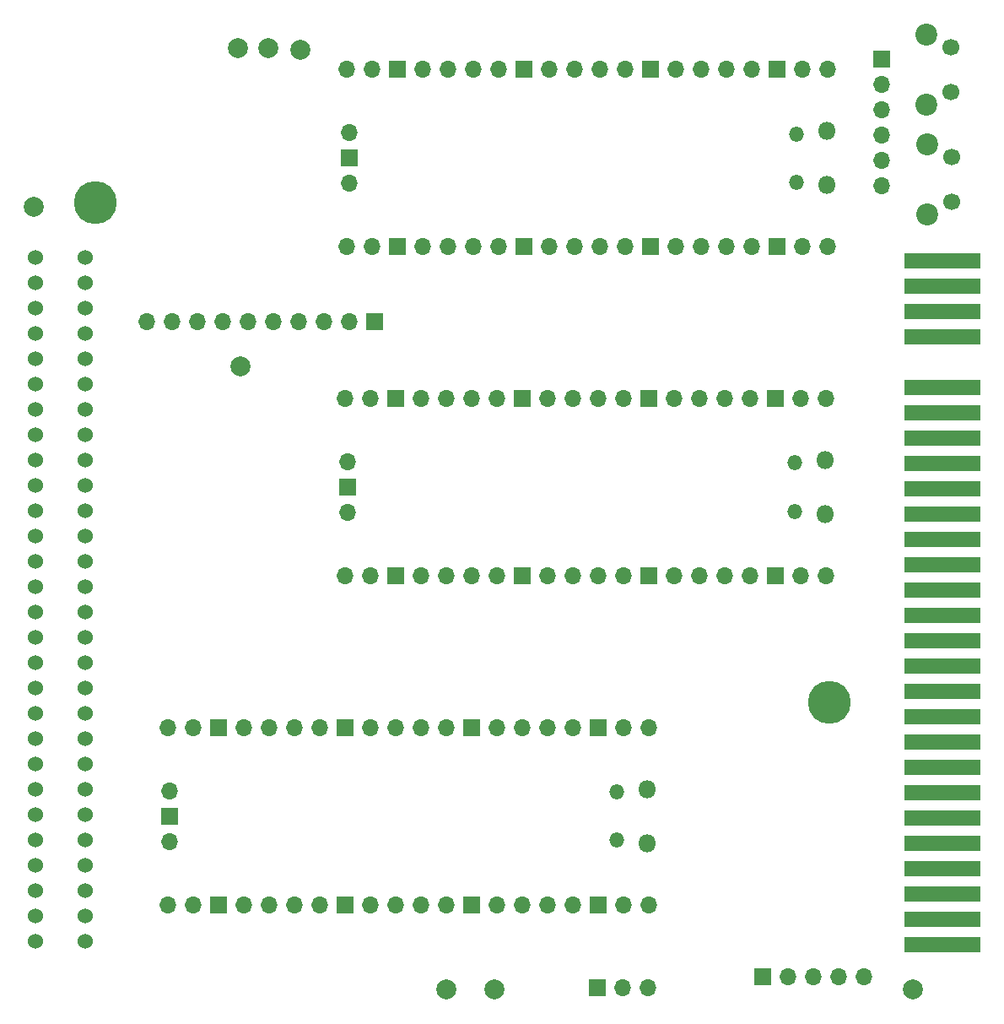
<source format=gbs>
G04 #@! TF.GenerationSoftware,KiCad,Pcbnew,6.0.11-2627ca5db0~126~ubuntu22.04.1*
G04 #@! TF.CreationDate,2023-06-25T15:32:07+01:00*
G04 #@! TF.ProjectId,srom,73726f6d-2e6b-4696-9361-645f70636258,v1.3 to v1.4*
G04 #@! TF.SameCoordinates,Original*
G04 #@! TF.FileFunction,Soldermask,Bot*
G04 #@! TF.FilePolarity,Negative*
%FSLAX46Y46*%
G04 Gerber Fmt 4.6, Leading zero omitted, Abs format (unit mm)*
G04 Created by KiCad (PCBNEW 6.0.11-2627ca5db0~126~ubuntu22.04.1) date 2023-06-25 15:32:07*
%MOMM*%
%LPD*%
G01*
G04 APERTURE LIST*
%ADD10C,2.200000*%
%ADD11C,1.700000*%
%ADD12C,4.300000*%
%ADD13C,2.000000*%
%ADD14R,7.620000X1.524000*%
%ADD15O,1.800000X1.800000*%
%ADD16O,1.500000X1.500000*%
%ADD17O,1.700000X1.700000*%
%ADD18R,1.700000X1.700000*%
%ADD19C,1.524000*%
G04 APERTURE END LIST*
D10*
X139875000Y-83490000D03*
X139875000Y-90490000D03*
D11*
X142375000Y-84740000D03*
X142375000Y-89240000D03*
D12*
X130050000Y-139440000D03*
D13*
X138450000Y-168240000D03*
D10*
X139775000Y-72490000D03*
X139775000Y-79490000D03*
D11*
X142275000Y-73740000D03*
X142275000Y-78240000D03*
D12*
X56450000Y-89340000D03*
D13*
X76950000Y-73940000D03*
D14*
X141450000Y-95120000D03*
X141450000Y-97660000D03*
X141450000Y-100200000D03*
X141450000Y-102740000D03*
X141450000Y-107820000D03*
X141450000Y-110360000D03*
X141450000Y-112900000D03*
X141450000Y-115440000D03*
X141450000Y-117980000D03*
X141450000Y-120520000D03*
X141450000Y-123060000D03*
X141450000Y-125600000D03*
X141450000Y-128140000D03*
X141450000Y-130680000D03*
X141450000Y-133220000D03*
X141450000Y-135760000D03*
X141450000Y-138300000D03*
X141450000Y-140840000D03*
X141450000Y-143380000D03*
X141450000Y-145920000D03*
X141450000Y-148460000D03*
X141450000Y-151000000D03*
X141450000Y-153540000D03*
X141450000Y-156080000D03*
X141450000Y-158620000D03*
X141450000Y-161160000D03*
X141450000Y-163700000D03*
D13*
X50250000Y-89740000D03*
D15*
X129795000Y-87565000D03*
D16*
X126765000Y-87265000D03*
D15*
X129795000Y-82115000D03*
D16*
X126765000Y-82415000D03*
D17*
X129925000Y-75950000D03*
X127385000Y-75950000D03*
D18*
X124845000Y-75950000D03*
D17*
X122305000Y-75950000D03*
X119765000Y-75950000D03*
X117225000Y-75950000D03*
X114685000Y-75950000D03*
D18*
X112145000Y-75950000D03*
D17*
X109605000Y-75950000D03*
X107065000Y-75950000D03*
X104525000Y-75950000D03*
X101985000Y-75950000D03*
D18*
X99445000Y-75950000D03*
D17*
X96905000Y-75950000D03*
X94365000Y-75950000D03*
X91825000Y-75950000D03*
X89285000Y-75950000D03*
D18*
X86745000Y-75950000D03*
D17*
X84205000Y-75950000D03*
X81665000Y-75950000D03*
X81665000Y-93730000D03*
X84205000Y-93730000D03*
D18*
X86745000Y-93730000D03*
D17*
X89285000Y-93730000D03*
X91825000Y-93730000D03*
X94365000Y-93730000D03*
X96905000Y-93730000D03*
D18*
X99445000Y-93730000D03*
D17*
X101985000Y-93730000D03*
X104525000Y-93730000D03*
X107065000Y-93730000D03*
X109605000Y-93730000D03*
D18*
X112145000Y-93730000D03*
D17*
X114685000Y-93730000D03*
X117225000Y-93730000D03*
X119765000Y-93730000D03*
X122305000Y-93730000D03*
D18*
X124845000Y-93730000D03*
D17*
X127385000Y-93730000D03*
X129925000Y-93730000D03*
X81895000Y-82300000D03*
D18*
X81895000Y-84840000D03*
D17*
X81895000Y-87380000D03*
D13*
X96450000Y-168240000D03*
X91650000Y-168240000D03*
X70950000Y-105740000D03*
D18*
X123375000Y-166940000D03*
D17*
X125915000Y-166940000D03*
X128455000Y-166940000D03*
X130995000Y-166940000D03*
X133535000Y-166940000D03*
D18*
X84475000Y-101240000D03*
D17*
X81935000Y-101240000D03*
X79395000Y-101240000D03*
X76855000Y-101240000D03*
X74315000Y-101240000D03*
X71775000Y-101240000D03*
X69235000Y-101240000D03*
X66695000Y-101240000D03*
X64155000Y-101240000D03*
X61615000Y-101240000D03*
D13*
X70750000Y-73840000D03*
D16*
X126620000Y-120265000D03*
X126620000Y-115415000D03*
D15*
X129650000Y-115115000D03*
X129650000Y-120565000D03*
D17*
X129780000Y-108950000D03*
X127240000Y-108950000D03*
D18*
X124700000Y-108950000D03*
D17*
X122160000Y-108950000D03*
X119620000Y-108950000D03*
X117080000Y-108950000D03*
X114540000Y-108950000D03*
D18*
X112000000Y-108950000D03*
D17*
X109460000Y-108950000D03*
X106920000Y-108950000D03*
X104380000Y-108950000D03*
X101840000Y-108950000D03*
D18*
X99300000Y-108950000D03*
D17*
X96760000Y-108950000D03*
X94220000Y-108950000D03*
X91680000Y-108950000D03*
X89140000Y-108950000D03*
D18*
X86600000Y-108950000D03*
D17*
X84060000Y-108950000D03*
X81520000Y-108950000D03*
X81520000Y-126730000D03*
X84060000Y-126730000D03*
D18*
X86600000Y-126730000D03*
D17*
X89140000Y-126730000D03*
X91680000Y-126730000D03*
X94220000Y-126730000D03*
X96760000Y-126730000D03*
D18*
X99300000Y-126730000D03*
D17*
X101840000Y-126730000D03*
X104380000Y-126730000D03*
X106920000Y-126730000D03*
X109460000Y-126730000D03*
D18*
X112000000Y-126730000D03*
D17*
X114540000Y-126730000D03*
X117080000Y-126730000D03*
X119620000Y-126730000D03*
X122160000Y-126730000D03*
D18*
X124700000Y-126730000D03*
D17*
X127240000Y-126730000D03*
X129780000Y-126730000D03*
X81750000Y-115300000D03*
D18*
X81750000Y-117840000D03*
D17*
X81750000Y-120380000D03*
D18*
X106825000Y-168040000D03*
D17*
X109365000Y-168040000D03*
X111905000Y-168040000D03*
D18*
X135350000Y-74940000D03*
D17*
X135350000Y-77480000D03*
X135350000Y-80020000D03*
X135350000Y-82560000D03*
X135350000Y-85100000D03*
X135350000Y-87640000D03*
D13*
X73750000Y-73840000D03*
D19*
X50390000Y-105000000D03*
X55390000Y-105000000D03*
X55390000Y-94840000D03*
X55390000Y-97380000D03*
X55390000Y-99920000D03*
X55390000Y-102460000D03*
X55390000Y-107540000D03*
X55390000Y-110080000D03*
X55390000Y-112620000D03*
X55390000Y-115160000D03*
X55390000Y-117700000D03*
X55390000Y-120240000D03*
X55390000Y-122780000D03*
X55390000Y-125320000D03*
X55390000Y-127860000D03*
X55390000Y-130400000D03*
X55390000Y-132940000D03*
X55390000Y-135480000D03*
X55390000Y-138020000D03*
X55390000Y-140560000D03*
X55390000Y-143100000D03*
X55390000Y-145640000D03*
X55390000Y-148180000D03*
X55390000Y-150720000D03*
X55390000Y-153260000D03*
X55390000Y-155800000D03*
X55390000Y-158340000D03*
X55390000Y-160880000D03*
X55390000Y-163420000D03*
X50390000Y-94840000D03*
X50390000Y-97380000D03*
X50390000Y-99920000D03*
X50390000Y-102460000D03*
X50390000Y-107540000D03*
X50390000Y-110080000D03*
X50390000Y-112620000D03*
X50390000Y-115160000D03*
X50390000Y-117700000D03*
X50390000Y-120240000D03*
X50390000Y-122780000D03*
X50390000Y-125320000D03*
X50390000Y-127860000D03*
X50390000Y-130400000D03*
X50390000Y-132940000D03*
X50390000Y-135480000D03*
X50390000Y-138020000D03*
X50390000Y-140560000D03*
X50390000Y-143100000D03*
X50390000Y-145640000D03*
X50390000Y-148180000D03*
X50390000Y-150720000D03*
X50390000Y-153260000D03*
X50390000Y-155800000D03*
X50390000Y-158340000D03*
X50390000Y-160880000D03*
X50390000Y-163420000D03*
D15*
X111795000Y-153565000D03*
X111795000Y-148115000D03*
D16*
X108765000Y-153265000D03*
X108765000Y-148415000D03*
D17*
X111925000Y-141950000D03*
X109385000Y-141950000D03*
D18*
X106845000Y-141950000D03*
D17*
X104305000Y-141950000D03*
X101765000Y-141950000D03*
X99225000Y-141950000D03*
X96685000Y-141950000D03*
D18*
X94145000Y-141950000D03*
D17*
X91605000Y-141950000D03*
X89065000Y-141950000D03*
X86525000Y-141950000D03*
X83985000Y-141950000D03*
D18*
X81445000Y-141950000D03*
D17*
X78905000Y-141950000D03*
X76365000Y-141950000D03*
X73825000Y-141950000D03*
X71285000Y-141950000D03*
D18*
X68745000Y-141950000D03*
D17*
X66205000Y-141950000D03*
X63665000Y-141950000D03*
X63665000Y-159730000D03*
X66205000Y-159730000D03*
D18*
X68745000Y-159730000D03*
D17*
X71285000Y-159730000D03*
X73825000Y-159730000D03*
X76365000Y-159730000D03*
X78905000Y-159730000D03*
D18*
X81445000Y-159730000D03*
D17*
X83985000Y-159730000D03*
X86525000Y-159730000D03*
X89065000Y-159730000D03*
X91605000Y-159730000D03*
D18*
X94145000Y-159730000D03*
D17*
X96685000Y-159730000D03*
X99225000Y-159730000D03*
X101765000Y-159730000D03*
X104305000Y-159730000D03*
D18*
X106845000Y-159730000D03*
D17*
X109385000Y-159730000D03*
X111925000Y-159730000D03*
X63895000Y-148300000D03*
D18*
X63895000Y-150840000D03*
D17*
X63895000Y-153380000D03*
M02*

</source>
